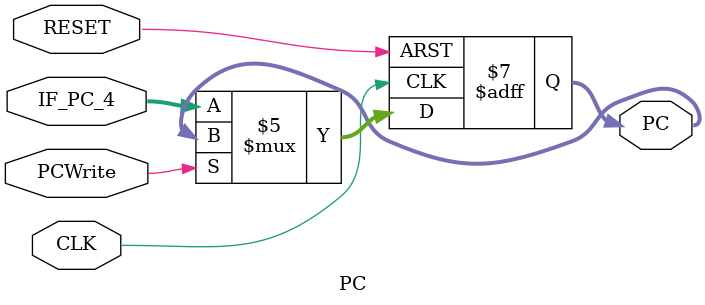
<source format=v>
module PC (
	input CLK, RESET, PCWrite,
	input [31:0] IF_PC_4,
	output reg [31:0] PC
	);

always @(posedge RESET or posedge CLK)
begin
	if (RESET == 1'b1) begin
		PC <= 32'b0;
	end
	else
	begin 
		if (PCWrite == 1'b0)
		begin
			PC <= IF_PC_4;
		end
		else
		begin
			PC <= PC;
		end
	end
end

endmodule

</source>
